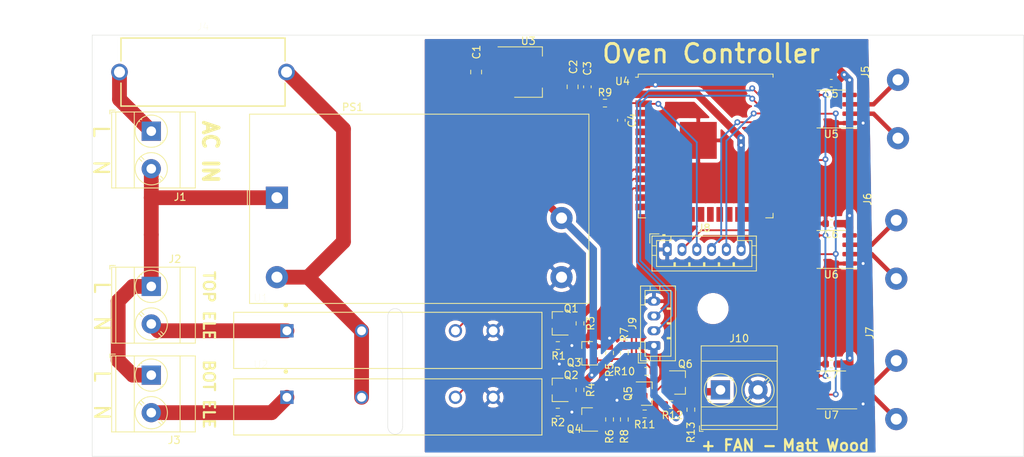
<source format=kicad_pcb>
(kicad_pcb (version 20171130) (host pcbnew "(5.1.8)-1")
  (title_block (date 2020-12-25) (rev 1))
  (layers (0 F.Cu signal) (31 B.Cu signal) (34 B.Paste user) (35 F.Paste user) (36 B.SilkS user) (37 F.SilkS user) (38 B.Mask user) (39 F.Mask user) (44 Edge.Cuts user))
  (net 0 "")
  (net 1 +5V)
  (net 2 +3V3)
  (net 3 NEUT)
  (net 4 "Net-(J2-Pad2)")
  (net 5 "Net-(J3-Pad2)")
  (net 6 LINE)
  (net 7 "Net-(J5-Pad1)")
  (net 8 "Net-(J6-Pad1)")
  (net 9 "Net-(J7-Pad1)")
  (net 10 GND)
  (net 11 "Net-(Q1-Pad3)")
  (net 12 "Net-(Q1-Pad1)")
  (net 13 "Net-(Q2-Pad3)")
  (net 14 "Net-(Q2-Pad1)")
  (net 15 "Net-(Q3-Pad1)")
  (net 16 "Net-(Q4-Pad1)")
  (net 17 /TOP_ELE_EN)
  (net 18 /BOT_ELE_EN)
  (net 19 "Net-(U4-Pad4)")
  (net 20 "Net-(U4-Pad5)")
  (net 21 "Net-(U4-Pad6)")
  (net 22 "Net-(U4-Pad7)")
  (net 23 "Net-(U4-Pad8)")
  (net 24 "Net-(U4-Pad9)")
  (net 25 /MOSI)
  (net 26 "Net-(U4-Pad14)")
  (net 27 /MISO)
  (net 28 "Net-(U4-Pad17)")
  (net 29 "Net-(U4-Pad18)")
  (net 30 "Net-(U4-Pad19)")
  (net 31 "Net-(U4-Pad20)")
  (net 32 "Net-(U4-Pad21)")
  (net 33 "Net-(U4-Pad22)")
  (net 34 /SCLK)
  (net 35 "Net-(U4-Pad24)")
  (net 36 "Net-(U4-Pad26)")
  (net 37 /TOP_TC_CS)
  (net 38 /BOT_TC_CS)
  (net 39 "Net-(U4-Pad29)")
  (net 40 /BACK_TC_CS)
  (net 41 "Net-(U4-Pad32)")
  (net 42 "Net-(J5-Pad2)")
  (net 43 "Net-(J6-Pad2)")
  (net 44 "Net-(J7-Pad2)")
  (net 45 "Net-(J1-Pad1)")
  (net 46 "Net-(U4-Pad16)")
  (net 47 "Net-(U4-Pad23)")
  (net 48 /ESP_RST)
  (net 49 /ESP_IO0)
  (net 50 /ESP_RX)
  (net 51 /ESP_TX)
  (net 52 /NEXTION_TX)
  (net 53 /NEXTION_RX)
  (net 54 "Net-(Q5-Pad1)")
  (net 55 "Net-(Q5-Pad3)")
  (net 56 /FAN_EN)
  (net 57 "Net-(J10-Pad1)")
  (module SnapEda:696101000002 (layer F.Cu) (at 78 41)
    (fp_text reference J4 (at 0 -6.135) (layer F.SilkS) (effects (font (thickness 0.015))))
    (fp_text value 696101000002)
    (pad 2 thru_hole circle (at 11.3 0) (size 2.25 2.25) (drill 1.5) (layers *.Cu *.Mask) (net 6 LINE))
    (pad 1 thru_hole circle (at -11.3 0) (size 2.25 2.25) (drill 1.5) (layers *.Cu *.Mask) (net 45 "Net-(J1-Pad1)"))
  )
  (module SnapEda:CRYDOM_CX240D5 (layer F.Cu) (at 103 76)
    (fp_text reference U1 (at -17.163075 -4.451865) (layer F.SilkS) (effects (font (size 1.000984 1.000984) (thickness 0.015))))
    (fp_text value CX240D5)
    (pad 1 thru_hole rect (at -13.65 0) (size 1.8 1.8) (drill 1.2) (layers *.Cu *.Mask) (net 4 "Net-(J2-Pad2)"))
    (pad 2 thru_hole circle (at -3.55 0) (size 1.8 1.8) (drill 1.2) (layers *.Cu *.Mask) (net 6 LINE))
    (pad 3 thru_hole circle (at 9.15 0) (size 1.8 1.8) (drill 1.2) (layers *.Cu *.Mask) (net 11 "Net-(Q1-Pad3)"))
    (pad 4 thru_hole circle (at 14.25 0) (size 1.8 1.8) (drill 1.2) (layers *.Cu *.Mask) (net 10 GND))
  )
  (module SnapEda:CRYDOM_CX240D5 (layer F.Cu) (at 103 85)
    (fp_text reference U2 (at -17.163075 -4.451865) (layer F.SilkS) (effects (font (size 1.000984 1.000984) (thickness 0.015))))
    (fp_text value CX240D5)
    (pad 1 thru_hole rect (at -13.65 0) (size 1.8 1.8) (drill 1.2) (layers *.Cu *.Mask) (net 5 "Net-(J3-Pad2)"))
    (pad 2 thru_hole circle (at -3.55 0) (size 1.8 1.8) (drill 1.2) (layers *.Cu *.Mask) (net 6 LINE))
    (pad 3 thru_hole circle (at 9.15 0) (size 1.8 1.8) (drill 1.2) (layers *.Cu *.Mask) (net 13 "Net-(Q2-Pad3)"))
    (pad 4 thru_hole circle (at 14.25 0) (size 1.8 1.8) (drill 1.2) (layers *.Cu *.Mask) (net 10 GND))
  )
  (module SnapEda:IM-K-PCB (layer F.Cu) (at 180.232333 46 90)
    (fp_text reference J5 (at 5 -12.632333 90) (layer F.SilkS))
    (fp_text value Thermocouple)
    (pad 2 thru_hole circle (at 3.95 -8.21 90) (size 3 3) (drill 1.5) (layers *.Cu *.Mask) (net 42 "Net-(J5-Pad2)"))
    (pad 1 thru_hole circle (at -3.95 -8.21 90) (size 3 3) (drill 1.5) (layers *.Cu *.Mask) (net 7 "Net-(J5-Pad1)"))
    (pad "" np_thru_hole circle (at 0 0 90) (size 2.7 2.7) (drill 2.7) (layers *.Cu *.Mask))
  )
  (module SnapEda:IM-K-PCB (layer F.Cu) (at 180 65 90)
    (fp_text reference J6 (at 6.8 -12.1 90) (layer F.SilkS))
    (fp_text value Thermocouple)
    (pad 2 thru_hole circle (at 3.95 -8.21 90) (size 3 3) (drill 1.5) (layers *.Cu *.Mask) (net 43 "Net-(J6-Pad2)"))
    (pad 1 thru_hole circle (at -3.95 -8.21 90) (size 3 3) (drill 1.5) (layers *.Cu *.Mask) (net 8 "Net-(J6-Pad1)"))
    (pad "" np_thru_hole circle (at 0 0 90) (size 2.7 2.7) (drill 2.7) (layers *.Cu *.Mask))
  )
  (module SnapEda:IM-K-PCB (layer F.Cu) (at 180 84 90)
    (fp_text reference J7 (at 7.7 -11.8 90) (layer F.SilkS))
    (fp_text value Thermocouple)
    (pad 2 thru_hole circle (at 3.95 -8.21 90) (size 3 3) (drill 1.5) (layers *.Cu *.Mask) (net 44 "Net-(J7-Pad2)"))
    (pad 1 thru_hole circle (at -3.95 -8.21 90) (size 3 3) (drill 1.5) (layers *.Cu *.Mask) (net 9 "Net-(J7-Pad1)"))
    (pad "" np_thru_hole circle (at 0 0 90) (size 2.7 2.7) (drill 2.7) (layers *.Cu *.Mask))
  )
  (module Capacitor_SMD:C_0805_2012Metric (layer F.Cu) (at 114.95 41 90)
    (fp_text reference C1 (at 2.7 0.05 90) (layer F.SilkS))
    (fp_text value 10uF)
    (pad 1 smd roundrect (at -0.95 0 90) (size 1 1.45) (layers F.Cu F.Paste F.Mask) (net 1 +5V))
    (pad 2 smd roundrect (at 0.95 0 90) (size 1 1.45) (layers F.Cu F.Paste F.Mask) (net 10 GND))
  )
  (module Capacitor_SMD:C_0805_2012Metric (layer F.Cu) (at 128 43 270)
    (fp_text reference C2 (at -2.7 -0.1 90) (layer F.SilkS))
    (fp_text value 10uF)
    (pad 2 smd roundrect (at 0.95 0 270) (size 1 1.45) (layers F.Cu F.Paste F.Mask) (net 10 GND))
    (pad 1 smd roundrect (at -0.95 0 270) (size 1 1.45) (layers F.Cu F.Paste F.Mask) (net 2 +3V3))
  )
  (module Capacitor_SMD:C_0603_1608Metric (layer F.Cu) (at 130 43 270)
    (fp_text reference C3 (at -2.5 0 90) (layer F.SilkS))
    (fp_text value 100nF)
    (pad 1 smd roundrect (at -0.775 0 270) (size 0.9 0.95) (layers F.Cu F.Paste F.Mask) (net 2 +3V3))
    (pad 2 smd roundrect (at 0.775 0 270) (size 0.9 0.95) (layers F.Cu F.Paste F.Mask) (net 10 GND))
  )
  (module TerminalBlock_Phoenix:TerminalBlock_Phoenix_MKDS-3-2-5.08_1x02_P5.08mm_Horizontal (layer F.Cu) (at 71 49 270)
    (fp_text reference J1 (at 8.9 -3.9 180) (layer F.SilkS))
    (fp_text value "AC IN")
    (pad 1 thru_hole rect (at 0 0 270) (size 2.6 2.6) (drill 1.3) (layers *.Cu *.Mask) (net 45 "Net-(J1-Pad1)"))
    (pad 2 thru_hole circle (at 5.08 0 270) (size 2.6 2.6) (drill 1.3) (layers *.Cu *.Mask) (net 3 NEUT))
  )
  (module TerminalBlock_Phoenix:TerminalBlock_Phoenix_MKDS-3-2-5.08_1x02_P5.08mm_Horizontal (layer F.Cu) (at 71 70 270)
    (fp_text reference J2 (at -3.7 -3.2 180) (layer F.SilkS))
    (fp_text value "Top Element")
    (pad 1 thru_hole rect (at 0 0 270) (size 2.6 2.6) (drill 1.3) (layers *.Cu *.Mask) (net 3 NEUT))
    (pad 2 thru_hole circle (at 5.08 0 270) (size 2.6 2.6) (drill 1.3) (layers *.Cu *.Mask) (net 4 "Net-(J2-Pad2)"))
  )
  (module TerminalBlock_Phoenix:TerminalBlock_Phoenix_MKDS-3-2-5.08_1x02_P5.08mm_Horizontal (layer F.Cu) (at 71 82 270)
    (fp_text reference J3 (at 8.8 -3.1 180) (layer F.SilkS))
    (fp_text value "Bottom Element")
    (pad 2 thru_hole circle (at 5.08 0 270) (size 2.6 2.6) (drill 1.3) (layers *.Cu *.Mask) (net 5 "Net-(J3-Pad2)"))
    (pad 1 thru_hole rect (at 0 0 270) (size 2.6 2.6) (drill 1.3) (layers *.Cu *.Mask) (net 3 NEUT))
  )
  (module Converter_ACDC:Converter_ACDC_MeanWell_IRM-05-xx_THT (layer F.Cu) (at 88 58)
    (fp_text reference PS1 (at 10.25 -12.25) (layer F.SilkS))
    (fp_text value IRM-05-5)
    (pad 3 thru_hole circle (at 38.5 10.75) (size 3 3) (drill 1.5) (layers *.Cu *.Mask) (net 10 GND))
    (pad 2 thru_hole circle (at 0 10.75) (size 3 3) (drill 1.5) (layers *.Cu *.Mask) (net 6 LINE))
    (pad 4 thru_hole circle (at 38.5 2.75) (size 3 3) (drill 1.5) (layers *.Cu *.Mask) (net 1 +5V))
    (pad 1 thru_hole rect (at 0 0) (size 3 3) (drill 1.5) (layers *.Cu *.Mask) (net 3 NEUT))
  )
  (module Package_TO_SOT_SMD:SOT-23 (layer F.Cu) (at 126 75 180)
    (fp_text reference Q1 (at -1.8 2 180) (layer F.SilkS))
    (fp_text value AO3401A)
    (pad 3 smd rect (at 1 0 180) (size 0.9 0.8) (layers F.Cu F.Paste F.Mask) (net 11 "Net-(Q1-Pad3)"))
    (pad 2 smd rect (at -1 0.95 180) (size 0.9 0.8) (layers F.Cu F.Paste F.Mask) (net 1 +5V))
    (pad 1 smd rect (at -1 -0.95 180) (size 0.9 0.8) (layers F.Cu F.Paste F.Mask) (net 12 "Net-(Q1-Pad1)"))
  )
  (module Package_TO_SOT_SMD:SOT-23 (layer F.Cu) (at 126 84 180)
    (fp_text reference Q2 (at -1.8 2) (layer F.SilkS))
    (fp_text value AO3401A)
    (pad 3 smd rect (at 1 0 180) (size 0.9 0.8) (layers F.Cu F.Paste F.Mask) (net 13 "Net-(Q2-Pad3)"))
    (pad 2 smd rect (at -1 0.95 180) (size 0.9 0.8) (layers F.Cu F.Paste F.Mask) (net 1 +5V))
    (pad 1 smd rect (at -1 -0.95 180) (size 0.9 0.8) (layers F.Cu F.Paste F.Mask) (net 14 "Net-(Q2-Pad1)"))
  )
  (module Package_TO_SOT_SMD:SOT-23 (layer F.Cu) (at 130 79.05 180)
    (fp_text reference Q3 (at 1.8 -1.25 180) (layer F.SilkS))
    (fp_text value BC847)
    (pad 1 smd rect (at -1 -0.95 180) (size 0.9 0.8) (layers F.Cu F.Paste F.Mask) (net 15 "Net-(Q3-Pad1)"))
    (pad 2 smd rect (at -1 0.95 180) (size 0.9 0.8) (layers F.Cu F.Paste F.Mask) (net 10 GND))
    (pad 3 smd rect (at 1 0 180) (size 0.9 0.8) (layers F.Cu F.Paste F.Mask) (net 12 "Net-(Q1-Pad1)"))
  )
  (module Package_TO_SOT_SMD:SOT-23 (layer F.Cu) (at 130 88 180)
    (fp_text reference Q4 (at 1.8 -1.3) (layer F.SilkS))
    (fp_text value BC847)
    (pad 1 smd rect (at -1 -0.95 180) (size 0.9 0.8) (layers F.Cu F.Paste F.Mask) (net 16 "Net-(Q4-Pad1)"))
    (pad 2 smd rect (at -1 0.95 180) (size 0.9 0.8) (layers F.Cu F.Paste F.Mask) (net 10 GND))
    (pad 3 smd rect (at 1 0 180) (size 0.9 0.8) (layers F.Cu F.Paste F.Mask) (net 14 "Net-(Q2-Pad1)"))
  )
  (module Resistor_SMD:R_0603_1608Metric (layer F.Cu) (at 126 78)
    (fp_text reference R1 (at 0.1 1.4) (layer F.SilkS))
    (fp_text value 10K)
    (pad 1 smd roundrect (at -0.825 0) (size 0.8 0.95) (layers F.Cu F.Paste F.Mask) (net 11 "Net-(Q1-Pad3)"))
    (pad 2 smd roundrect (at 0.825 0) (size 0.8 0.95) (layers F.Cu F.Paste F.Mask) (net 10 GND))
  )
  (module Resistor_SMD:R_0603_1608Metric (layer F.Cu) (at 126 87)
    (fp_text reference R2 (at 0 1.4) (layer F.SilkS))
    (fp_text value 10K)
    (pad 2 smd roundrect (at 0.825 0) (size 0.8 0.95) (layers F.Cu F.Paste F.Mask) (net 10 GND))
    (pad 1 smd roundrect (at -0.825 0) (size 0.8 0.95) (layers F.Cu F.Paste F.Mask) (net 13 "Net-(Q2-Pad3)"))
  )
  (module Resistor_SMD:R_0603_1608Metric (layer F.Cu) (at 129 75 270)
    (fp_text reference R3 (at 0 -1.43 90) (layer F.SilkS))
    (fp_text value 10K)
    (pad 2 smd roundrect (at 0.825 0 270) (size 0.8 0.95) (layers F.Cu F.Paste F.Mask) (net 12 "Net-(Q1-Pad1)"))
    (pad 1 smd roundrect (at -0.825 0 270) (size 0.8 0.95) (layers F.Cu F.Paste F.Mask) (net 1 +5V))
  )
  (module Resistor_SMD:R_0603_1608Metric (layer F.Cu) (at 129 84 270)
    (fp_text reference R4 (at 0 -1.43 90) (layer F.SilkS))
    (fp_text value 10K)
    (pad 1 smd roundrect (at -0.825 0 270) (size 0.8 0.95) (layers F.Cu F.Paste F.Mask) (net 1 +5V))
    (pad 2 smd roundrect (at 0.825 0 270) (size 0.8 0.95) (layers F.Cu F.Paste F.Mask) (net 14 "Net-(Q2-Pad1)"))
  )
  (module Resistor_SMD:R_0603_1608Metric (layer F.Cu) (at 133 79 90)
    (fp_text reference R5 (at -2.3 0 90) (layer F.SilkS))
    (fp_text value 10K)
    (pad 1 smd roundrect (at -0.825 0 90) (size 0.8 0.95) (layers F.Cu F.Paste F.Mask) (net 15 "Net-(Q3-Pad1)"))
    (pad 2 smd roundrect (at 0.825 0 90) (size 0.8 0.95) (layers F.Cu F.Paste F.Mask) (net 10 GND))
  )
  (module Resistor_SMD:R_0603_1608Metric (layer F.Cu) (at 133 88 90)
    (fp_text reference R6 (at -2.3 0 90) (layer F.SilkS))
    (fp_text value 10K)
    (pad 2 smd roundrect (at 0.825 0 90) (size 0.8 0.95) (layers F.Cu F.Paste F.Mask) (net 10 GND))
    (pad 1 smd roundrect (at -0.825 0 90) (size 0.8 0.95) (layers F.Cu F.Paste F.Mask) (net 16 "Net-(Q4-Pad1)"))
  )
  (module Resistor_SMD:R_0603_1608Metric (layer F.Cu) (at 135 79 90)
    (fp_text reference R7 (at 2.5 0 90) (layer F.SilkS))
    (fp_text value 1K)
    (pad 2 smd roundrect (at 0.825 0 90) (size 0.8 0.95) (layers F.Cu F.Paste F.Mask) (net 17 /TOP_ELE_EN))
    (pad 1 smd roundrect (at -0.825 0 90) (size 0.8 0.95) (layers F.Cu F.Paste F.Mask) (net 15 "Net-(Q3-Pad1)"))
  )
  (module Resistor_SMD:R_0603_1608Metric (layer F.Cu) (at 135 88 90)
    (fp_text reference R8 (at -2.3 0 90) (layer F.SilkS))
    (fp_text value 1K)
    (pad 1 smd roundrect (at -0.825 0 90) (size 0.8 0.95) (layers F.Cu F.Paste F.Mask) (net 16 "Net-(Q4-Pad1)"))
    (pad 2 smd roundrect (at 0.825 0 90) (size 0.8 0.95) (layers F.Cu F.Paste F.Mask) (net 18 /BOT_ELE_EN))
  )
  (module Package_TO_SOT_SMD:SOT-223-3_TabPin2 (layer F.Cu) (at 122 41)
    (fp_text reference U3 (at 0 -4.2) (layer F.SilkS))
    (fp_text value AMS1117-3.3)
    (pad 2 smd rect (at 3.15 0) (size 2 3.8) (layers F.Cu F.Paste F.Mask) (net 2 +3V3))
    (pad 2 smd rect (at -3.15 0) (size 2 1.5) (layers F.Cu F.Paste F.Mask) (net 2 +3V3))
    (pad 3 smd rect (at -3.15 2.3) (size 2 1.5) (layers F.Cu F.Paste F.Mask) (net 1 +5V))
    (pad 1 smd rect (at -3.15 -2.3) (size 2 1.5) (layers F.Cu F.Paste F.Mask) (net 10 GND))
  )
  (module RF_Module:ESP32-WROOM-32U (layer F.Cu) (at 146 51)
    (fp_text reference U4 (at -11.25 -8.75 180) (layer F.SilkS))
    (fp_text value ESP32-WROOM-32U)
    (pad 39 smd rect (at -1 -0.755) (size 5 5) (layers F.Cu F.Paste F.Mask) (net 10 GND))
    (pad 1 smd rect (at -8.5 -8.255) (size 2 0.9) (layers F.Cu F.Paste F.Mask) (net 10 GND))
    (pad 2 smd rect (at -8.5 -6.985) (size 2 0.9) (layers F.Cu F.Paste F.Mask) (net 2 +3V3))
    (pad 3 smd rect (at -8.5 -5.715) (size 2 0.9) (layers F.Cu F.Paste F.Mask) (net 48 /ESP_RST))
    (pad 4 smd rect (at -8.5 -4.445) (size 2 0.9) (layers F.Cu F.Paste F.Mask) (net 19 "Net-(U4-Pad4)"))
    (pad 5 smd rect (at -8.5 -3.175) (size 2 0.9) (layers F.Cu F.Paste F.Mask) (net 20 "Net-(U4-Pad5)"))
    (pad 6 smd rect (at -8.5 -1.905) (size 2 0.9) (layers F.Cu F.Paste F.Mask) (net 21 "Net-(U4-Pad6)"))
    (pad 7 smd rect (at -8.5 -0.635) (size 2 0.9) (layers F.Cu F.Paste F.Mask) (net 22 "Net-(U4-Pad7)"))
    (pad 8 smd rect (at -8.5 0.635) (size 2 0.9) (layers F.Cu F.Paste F.Mask) (net 23 "Net-(U4-Pad8)"))
    (pad 9 smd rect (at -8.5 1.905) (size 2 0.9) (layers F.Cu F.Paste F.Mask) (net 24 "Net-(U4-Pad9)"))
    (pad 10 smd rect (at -8.5 3.175) (size 2 0.9) (layers F.Cu F.Paste F.Mask) (net 17 /TOP_ELE_EN))
    (pad 11 smd rect (at -8.5 4.445) (size 2 0.9) (layers F.Cu F.Paste F.Mask) (net 18 /BOT_ELE_EN))
    (pad 12 smd rect (at -8.5 5.715) (size 2 0.9) (layers F.Cu F.Paste F.Mask) (net 56 /FAN_EN))
    (pad 13 smd rect (at -8.5 6.985) (size 2 0.9) (layers F.Cu F.Paste F.Mask) (net 25 /MOSI))
    (pad 14 smd rect (at -8.5 8.255) (size 2 0.9) (layers F.Cu F.Paste F.Mask) (net 26 "Net-(U4-Pad14)"))
    (pad 15 smd rect (at -5.715 9.255 270) (size 2 0.9) (layers F.Cu F.Paste F.Mask) (net 10 GND))
    (pad 16 smd rect (at -4.445 9.255 90) (size 2 0.9) (layers F.Cu F.Paste F.Mask) (net 46 "Net-(U4-Pad16)"))
    (pad 17 smd rect (at -3.175 9.255 90) (size 2 0.9) (layers F.Cu F.Paste F.Mask) (net 28 "Net-(U4-Pad17)"))
    (pad 18 smd rect (at -1.905 9.255 90) (size 2 0.9) (layers F.Cu F.Paste F.Mask) (net 29 "Net-(U4-Pad18)"))
    (pad 19 smd rect (at -0.635 9.255 90) (size 2 0.9) (layers F.Cu F.Paste F.Mask) (net 30 "Net-(U4-Pad19)"))
    (pad 20 smd rect (at 0.635 9.255 90) (size 2 0.9) (layers F.Cu F.Paste F.Mask) (net 31 "Net-(U4-Pad20)"))
    (pad 21 smd rect (at 1.905 9.255 90) (size 2 0.9) (layers F.Cu F.Paste F.Mask) (net 32 "Net-(U4-Pad21)"))
    (pad 22 smd rect (at 3.175 9.255 90) (size 2 0.9) (layers F.Cu F.Paste F.Mask) (net 33 "Net-(U4-Pad22)"))
    (pad 23 smd rect (at 4.445 9.255 90) (size 2 0.9) (layers F.Cu F.Paste F.Mask) (net 47 "Net-(U4-Pad23)"))
    (pad 24 smd rect (at 5.715 9.255 90) (size 2 0.9) (layers F.Cu F.Paste F.Mask) (net 35 "Net-(U4-Pad24)"))
    (pad 25 smd rect (at 8.5 8.255) (size 2 0.9) (layers F.Cu F.Paste F.Mask) (net 49 /ESP_IO0))
    (pad 26 smd rect (at 8.5 6.985) (size 2 0.9) (layers F.Cu F.Paste F.Mask) (net 36 "Net-(U4-Pad26)"))
    (pad 27 smd rect (at 8.5 5.715) (size 2 0.9) (layers F.Cu F.Paste F.Mask) (net 40 /BACK_TC_CS))
    (pad 28 smd rect (at 8.5 4.445) (size 2 0.9) (layers F.Cu F.Paste F.Mask) (net 38 /BOT_TC_CS))
    (pad 29 smd rect (at 8.5 3.175) (size 2 0.9) (layers F.Cu F.Paste F.Mask) (net 39 "Net-(U4-Pad29)"))
    (pad 30 smd rect (at 8.5 1.905) (size 2 0.9) (layers F.Cu F.Paste F.Mask) (net 34 /SCLK))
    (pad 31 smd rect (at 8.5 0.635) (size 2 0.9) (layers F.Cu F.Paste F.Mask) (net 27 /MISO))
    (pad 32 smd rect (at 8.5 -0.635) (size 2 0.9) (layers F.Cu F.Paste F.Mask) (net 41 "Net-(U4-Pad32)"))
    (pad 33 smd rect (at 8.5 -1.905) (size 2 0.9) (layers F.Cu F.Paste F.Mask) (net 37 /TOP_TC_CS))
    (pad 34 smd rect (at 8.5 -3.175) (size 2 0.9) (layers F.Cu F.Paste F.Mask) (net 50 /ESP_RX))
    (pad 35 smd rect (at 8.5 -4.445) (size 2 0.9) (layers F.Cu F.Paste F.Mask) (net 51 /ESP_TX))
    (pad 36 smd rect (at 8.5 -5.715) (size 2 0.9) (layers F.Cu F.Paste F.Mask) (net 52 /NEXTION_TX))
    (pad 37 smd rect (at 8.5 -6.985) (size 2 0.9) (layers F.Cu F.Paste F.Mask) (net 53 /NEXTION_RX))
    (pad 38 smd rect (at 8.5 -8.255) (size 2 0.9) (layers F.Cu F.Paste F.Mask) (net 10 GND))
  )
  (module Package_SO:SOIC-8_3.9x4.9mm_P1.27mm (layer F.Cu) (at 163 46 180)
    (fp_text reference U5 (at 0 -3.4) (layer F.SilkS))
    (fp_text value MAX31855KASA)
    (pad 8 smd roundrect (at 2.475 -1.905 180) (size 1.95 0.6) (layers F.Cu F.Paste F.Mask))
    (pad 7 smd roundrect (at 2.475 -0.635 180) (size 1.95 0.6) (layers F.Cu F.Paste F.Mask) (net 27 /MISO))
    (pad 6 smd roundrect (at 2.475 0.635 180) (size 1.95 0.6) (layers F.Cu F.Paste F.Mask) (net 37 /TOP_TC_CS))
    (pad 5 smd roundrect (at 2.475 1.905 180) (size 1.95 0.6) (layers F.Cu F.Paste F.Mask) (net 34 /SCLK))
    (pad 4 smd roundrect (at -2.475 1.905 180) (size 1.95 0.6) (layers F.Cu F.Paste F.Mask) (net 2 +3V3))
    (pad 3 smd roundrect (at -2.475 0.635 180) (size 1.95 0.6) (layers F.Cu F.Paste F.Mask) (net 42 "Net-(J5-Pad2)"))
    (pad 2 smd roundrect (at -2.475 -0.635 180) (size 1.95 0.6) (layers F.Cu F.Paste F.Mask) (net 7 "Net-(J5-Pad1)"))
    (pad 1 smd roundrect (at -2.475 -1.905 180) (size 1.95 0.6) (layers F.Cu F.Paste F.Mask) (net 10 GND))
  )
  (module Package_SO:SOIC-8_3.9x4.9mm_P1.27mm (layer F.Cu) (at 163 65 180)
    (fp_text reference U6 (at 0 -3.4) (layer F.SilkS))
    (fp_text value MAX31855KASA)
    (pad 1 smd roundrect (at -2.475 -1.905 180) (size 1.95 0.6) (layers F.Cu F.Paste F.Mask) (net 10 GND))
    (pad 2 smd roundrect (at -2.475 -0.635 180) (size 1.95 0.6) (layers F.Cu F.Paste F.Mask) (net 8 "Net-(J6-Pad1)"))
    (pad 3 smd roundrect (at -2.475 0.635 180) (size 1.95 0.6) (layers F.Cu F.Paste F.Mask) (net 43 "Net-(J6-Pad2)"))
    (pad 4 smd roundrect (at -2.475 1.905 180) (size 1.95 0.6) (layers F.Cu F.Paste F.Mask) (net 2 +3V3))
    (pad 5 smd roundrect (at 2.475 1.905 180) (size 1.95 0.6) (layers F.Cu F.Paste F.Mask) (net 34 /SCLK))
    (pad 6 smd roundrect (at 2.475 0.635 180) (size 1.95 0.6) (layers F.Cu F.Paste F.Mask) (net 38 /BOT_TC_CS))
    (pad 7 smd roundrect (at 2.475 -0.635 180) (size 1.95 0.6) (layers F.Cu F.Paste F.Mask) (net 27 /MISO))
    (pad 8 smd roundrect (at 2.475 -1.905 180) (size 1.95 0.6) (layers F.Cu F.Paste F.Mask))
  )
  (module Package_SO:SOIC-8_3.9x4.9mm_P1.27mm (layer F.Cu) (at 163 84 180)
    (fp_text reference U7 (at 0 -3.4) (layer F.SilkS))
    (fp_text value MAX31855KASA)
    (pad 1 smd roundrect (at -2.475 -1.905 180) (size 1.95 0.6) (layers F.Cu F.Paste F.Mask) (net 10 GND))
    (pad 2 smd roundrect (at -2.475 -0.635 180) (size 1.95 0.6) (layers F.Cu F.Paste F.Mask) (net 9 "Net-(J7-Pad1)"))
    (pad 3 smd roundrect (at -2.475 0.635 180) (size 1.95 0.6) (layers F.Cu F.Paste F.Mask) (net 44 "Net-(J7-Pad2)"))
    (pad 4 smd roundrect (at -2.475 1.905 180) (size 1.95 0.6) (layers F.Cu F.Paste F.Mask) (net 2 +3V3))
    (pad 5 smd roundrect (at 2.475 1.905 180) (size 1.95 0.6) (layers F.Cu F.Paste F.Mask) (net 34 /SCLK))
    (pad 6 smd roundrect (at 2.475 0.635 180) (size 1.95 0.6) (layers F.Cu F.Paste F.Mask) (net 40 /BACK_TC_CS))
    (pad 7 smd roundrect (at 2.475 -0.635 180) (size 1.95 0.6) (layers F.Cu F.Paste F.Mask) (net 27 /MISO))
    (pad 8 smd roundrect (at 2.475 -1.905 180) (size 1.95 0.6) (layers F.Cu F.Paste F.Mask))
  )
  (module MountingHole:MountingHole_3.2mm_M3 (layer F.Cu) (at 103 42)
    (fp_text reference H1 hide)
    (fp_text value MountingHole)
    (pad 1 np_thru_hole circle (at 0 0) (size 3.2 3.2) (drill 3.2) (layers *.Cu *.Mask))
  )
  (module MountingHole:MountingHole_3.2mm_M3 (layer F.Cu) (at 147 73)
    (fp_text reference H2 hide)
    (fp_text value MountingHole)
    (pad 1 np_thru_hole circle (at 0 0) (size 3.2 3.2) (drill 3.2) (layers *.Cu *.Mask))
  )
  (module Capacitor_SMD:C_0603_1608Metric (layer F.Cu) (at 134.6 47.525 270)
    (fp_text reference C4 (at 0 -1.43 90) (layer F.SilkS))
    (fp_text value 100nF)
    (pad 1 smd roundrect (at -0.775 0 270) (size 0.9 0.95) (layers F.Cu F.Paste F.Mask) (net 48 /ESP_RST))
    (pad 2 smd roundrect (at 0.775 0 270) (size 0.9 0.95) (layers F.Cu F.Paste F.Mask) (net 10 GND))
  )
  (module Connector_JST:JST_PH_B6B-PH-K_1x06_P2.00mm_Vertical (layer F.Cu) (at 140.8 65)
    (fp_text reference J8 (at 5 -2.9) (layer F.SilkS))
    (fp_text value Conn_01x06_Male)
    (pad 1 thru_hole roundrect (at 0 0) (size 1.2 1.75) (drill 0.75) (layers *.Cu *.Mask) (roundrect_rratio 0.2083325) (net 10 GND))
    (pad 2 thru_hole oval (at 2 0) (size 1.2 1.75) (drill 0.75) (layers *.Cu *.Mask) (net 49 /ESP_IO0))
    (pad 3 thru_hole oval (at 4 0) (size 1.2 1.75) (drill 0.75) (layers *.Cu *.Mask) (net 48 /ESP_RST))
    (pad 4 thru_hole oval (at 6 0) (size 1.2 1.75) (drill 0.75) (layers *.Cu *.Mask) (net 50 /ESP_RX))
    (pad 5 thru_hole oval (at 8 0) (size 1.2 1.75) (drill 0.75) (layers *.Cu *.Mask) (net 51 /ESP_TX))
    (pad 6 thru_hole oval (at 10 0) (size 1.2 1.75) (drill 0.75) (layers *.Cu *.Mask) (net 2 +3V3))
  )
  (module Connector_JST:JST_PH_B4B-PH-K_1x04_P2.00mm_Vertical (layer F.Cu) (at 139 78 90)
    (fp_text reference J9 (at 3 -2.9 90) (layer F.SilkS))
    (fp_text value Conn_01x04_Male)
    (pad 1 thru_hole roundrect (at 0 0 90) (size 1.2 1.75) (drill 0.75) (layers *.Cu *.Mask) (roundrect_rratio 0.2083325) (net 1 +5V))
    (pad 2 thru_hole oval (at 2 0 90) (size 1.2 1.75) (drill 0.75) (layers *.Cu *.Mask) (net 52 /NEXTION_TX))
    (pad 3 thru_hole oval (at 4 0 90) (size 1.2 1.75) (drill 0.75) (layers *.Cu *.Mask) (net 53 /NEXTION_RX))
    (pad 4 thru_hole oval (at 6 0 90) (size 1.2 1.75) (drill 0.75) (layers *.Cu *.Mask) (net 10 GND))
  )
  (module TerminalBlock_Phoenix:TerminalBlock_Phoenix_MKDS-3-2-5.08_1x02_P5.08mm_Horizontal (layer F.Cu) (at 148 84)
    (fp_text reference J10 (at 2.54 -6.96) (layer F.SilkS))
    (fp_text value Fan)
    (pad 1 thru_hole rect (at 0 0) (size 2.6 2.6) (drill 1.3) (layers *.Cu *.Mask) (net 57 "Net-(J10-Pad1)"))
    (pad 2 thru_hole circle (at 5.08 0) (size 2.6 2.6) (drill 1.3) (layers *.Cu *.Mask) (net 10 GND))
  )
  (module Package_TO_SOT_SMD:SOT-23 (layer F.Cu) (at 138 84.5)
    (fp_text reference Q5 (at -2.5 0 90) (layer F.SilkS))
    (fp_text value BC847)
    (pad 1 smd rect (at -1 -0.95) (size 0.9 0.8) (layers F.Cu F.Paste F.Mask) (net 54 "Net-(Q5-Pad1)"))
    (pad 2 smd rect (at -1 0.95) (size 0.9 0.8) (layers F.Cu F.Paste F.Mask) (net 10 GND))
    (pad 3 smd rect (at 1 0) (size 0.9 0.8) (layers F.Cu F.Paste F.Mask) (net 55 "Net-(Q5-Pad3)"))
  )
  (module Package_TO_SOT_SMD:SOT-23 (layer F.Cu) (at 142.5 83)
    (fp_text reference Q6 (at 0.75 -2.5) (layer F.SilkS))
    (fp_text value AO3401A)
    (pad 3 smd rect (at 1 0) (size 0.9 0.8) (layers F.Cu F.Paste F.Mask) (net 57 "Net-(J10-Pad1)"))
    (pad 2 smd rect (at -1 0.95) (size 0.9 0.8) (layers F.Cu F.Paste F.Mask) (net 1 +5V))
    (pad 1 smd rect (at -1 -0.95) (size 0.9 0.8) (layers F.Cu F.Paste F.Mask) (net 55 "Net-(Q5-Pad3)"))
  )
  (module Resistor_SMD:R_0603_1608Metric (layer F.Cu) (at 132.375 45.2)
    (fp_text reference R9 (at 0 -1.43) (layer F.SilkS))
    (fp_text value 10K)
    (pad 1 smd roundrect (at -0.825 0) (size 0.8 0.95) (layers F.Cu F.Paste F.Mask) (net 2 +3V3))
    (pad 2 smd roundrect (at 0.825 0) (size 0.8 0.95) (layers F.Cu F.Paste F.Mask) (net 48 /ESP_RST))
  )
  (module Resistor_SMD:R_0603_1608Metric (layer F.Cu) (at 138 81.5)
    (fp_text reference R10 (at -3 0) (layer F.SilkS))
    (fp_text value 1K)
    (pad 1 smd roundrect (at -0.825 0) (size 0.8 0.95) (layers F.Cu F.Paste F.Mask) (net 54 "Net-(Q5-Pad1)"))
    (pad 2 smd roundrect (at 0.825 0) (size 0.8 0.95) (layers F.Cu F.Paste F.Mask) (net 56 /FAN_EN))
  )
  (module Resistor_SMD:R_0603_1608Metric (layer F.Cu) (at 137.75 87.25 180)
    (fp_text reference R11 (at 0 -1.43) (layer F.SilkS))
    (fp_text value 10K)
    (pad 2 smd roundrect (at 0.825 0 180) (size 0.8 0.95) (layers F.Cu F.Paste F.Mask) (net 10 GND))
    (pad 1 smd roundrect (at -0.825 0 180) (size 0.8 0.95) (layers F.Cu F.Paste F.Mask) (net 54 "Net-(Q5-Pad1)"))
  )
  (module Resistor_SMD:R_0603_1608Metric (layer F.Cu) (at 141.325 86 180)
    (fp_text reference R12 (at -0.175 -1.43) (layer F.SilkS))
    (fp_text value 10K)
    (pad 1 smd roundrect (at -0.825 0 180) (size 0.8 0.95) (layers F.Cu F.Paste F.Mask) (net 1 +5V))
    (pad 2 smd roundrect (at 0.825 0 180) (size 0.8 0.95) (layers F.Cu F.Paste F.Mask) (net 55 "Net-(Q5-Pad3)"))
  )
  (module Resistor_SMD:R_0603_1608Metric (layer F.Cu) (at 144 86.675 270)
    (fp_text reference R13 (at 3.075 0 90) (layer F.SilkS))
    (fp_text value 10K)
    (pad 2 smd roundrect (at 0.825 0 270) (size 0.8 0.95) (layers F.Cu F.Paste F.Mask) (net 10 GND))
    (pad 1 smd roundrect (at -0.825 0 270) (size 0.8 0.95) (layers F.Cu F.Paste F.Mask) (net 57 "Net-(J10-Pad1)"))
  )
  (module Capacitor_SMD:C_0603_1608Metric (layer F.Cu) (at 163 42.5 180)
    (fp_text reference C5 (at 0 -1.43) (layer F.SilkS))
    (fp_text value 100nF)
    (pad 1 smd roundrect (at -0.775 0 180) (size 0.9 0.95) (layers F.Cu F.Paste F.Mask) (net 2 +3V3))
    (pad 2 smd roundrect (at 0.775 0 180) (size 0.9 0.95) (layers F.Cu F.Paste F.Mask) (net 10 GND))
  )
  (module Capacitor_SMD:C_0603_1608Metric (layer F.Cu) (at 163 61.5 180)
    (fp_text reference C6 (at 0 -1.43) (layer F.SilkS))
    (fp_text value 100nF)
    (pad 1 smd roundrect (at -0.775 0 180) (size 0.9 0.95) (layers F.Cu F.Paste F.Mask) (net 2 +3V3))
    (pad 2 smd roundrect (at 0.775 0 180) (size 0.9 0.95) (layers F.Cu F.Paste F.Mask) (net 10 GND))
  )
  (module Capacitor_SMD:C_0603_1608Metric (layer F.Cu) (at 163 80.5 180)
    (fp_text reference C7 (at 0 -1.43) (layer F.SilkS))
    (fp_text value 100nF)
    (pad 2 smd roundrect (at 0.775 0 180) (size 0.9 0.95) (layers F.Cu F.Paste F.Mask) (net 10 GND))
    (pad 1 smd roundrect (at -0.775 0 180) (size 0.9 0.95) (layers F.Cu F.Paste F.Mask) (net 2 +3V3))
  )
  (gr_text "Oven Controller" (at 146.75 38.5) (layer F.SilkS) (effects (font (size 2.5 2.5) (thickness 0.4))))
  (gr_text "Matt Wood" (at 162.25 91.5) (layer F.SilkS) (effects (font (size 1.5 1.5) (thickness 0.3))))
  (gr_text "+ FAN -" (at 150.5 91.5) (layer F.SilkS) (effects (font (size 1.5 1.5) (thickness 0.3))))
  (gr_text "L  N" (at 64.3 84.7 270) (layer F.SilkS) (effects (font (size 2 2) (thickness 0.3))))
  (gr_text "L  N" (at 64.3 72.7 270) (layer F.SilkS) (effects (font (size 2 2) (thickness 0.3))))
  (gr_text "BOT ELE" (at 78.8 84.6 270) (layer F.SilkS) (effects (font (size 1.5 1.5) (thickness 0.3))))
  (gr_text "TOP ELE" (at 78.8 72.6 270) (layer F.SilkS) (effects (font (size 1.5 1.5) (thickness 0.3))))
  (gr_text "AC IN" (at 79 51.8 270) (layer F.SilkS) (effects (font (size 2 2) (thickness 0.5))))
  (gr_text "L  N" (at 64.2 51.6 270) (layer F.SilkS) (effects (font (size 2 2) (thickness 0.3))))
  (gr_line (start 105 89) (end 105 74) (layer Edge.Cuts) (width 0.05))
  (gr_line (start 103 74) (end 103 89) (layer Edge.Cuts) (width 0.05))
  (gr_arc (start 104 74) (end 105 74) (angle -180) (layer Edge.Cuts) (width 0.05))
  (gr_arc (start 104 89) (end 103 89) (angle -180) (layer Edge.Cuts) (width 0.05))
  (gr_line (start 63 36) (end 63 93) (layer Edge.Cuts) (width 0.05))
  (gr_line (start 189 36) (end 63 36) (layer Edge.Cuts) (width 0.05))
  (gr_line (start 189 93) (end 189 36) (layer Edge.Cuts) (width 0.05))
  (gr_line (start 63 93) (end 189 93) (layer Edge.Cuts) (width 0.05))
  (segment (start 128.875 74.05) (end 129 74.175) (width 0.25) (layer F.Cu) (net 1))
  (segment (start 127 74.05) (end 128.875 74.05) (width 0.25) (layer F.Cu) (net 1))
  (segment (start 128.875 83.05) (end 129 83.175) (width 0.25) (layer F.Cu) (net 1))
  (segment (start 127 83.05) (end 128.875 83.05) (width 0.25) (layer F.Cu) (net 1))
  (segment (start 116.3 43.3) (end 114.95 41.95) (width 1) (layer F.Cu) (net 1))
  (segment (start 118.85 43.3) (end 116.3 43.3) (width 1) (layer F.Cu) (net 1))
  (segment (start 118.85 53.1) (end 126.5 60.75) (width 1) (layer F.Cu) (net 1))
  (segment (start 118.85 43.3) (end 118.85 53.1) (width 1) (layer F.Cu) (net 1))
  (segment (start 126.5 60.75) (end 130.8 65.05) (width 1) (layer F.Cu) (net 1))
  (segment (start 130.8 72.375) (end 129 74.175) (width 1) (layer F.Cu) (net 1))
  (segment (start 130.8 65.05) (end 130.8 72.375) (width 1) (layer F.Cu) (net 1))
  (via (at 130.6 82) (size 0.8) (drill 0.4) (layers F.Cu B.Cu) (net 1))
  (segment (start 129.425 83.175) (end 130.6 82) (width 1) (layer F.Cu) (net 1))
  (segment (start 129 83.175) (end 129.425 83.175) (width 1) (layer F.Cu) (net 1))
  (segment (start 130.8 65.05) (end 126.5 60.75) (width 1) (layer B.Cu) (net 1))
  (segment (start 130.8 81.8) (end 130.8 65.05) (width 1) (layer B.Cu) (net 1))
  (segment (start 130.6 82) (end 130.8 81.8) (width 1) (layer B.Cu) (net 1))
  (segment (start 142.15 84.6) (end 142.15 86) (width 1) (layer F.Cu) (net 1))
  (segment (start 141.5 83.95) (end 142.15 84.6) (width 1) (layer F.Cu) (net 1))
  (segment (start 134.6 78) (end 139 78) (width 1) (layer B.Cu) (net 1))
  (segment (start 130.6 82) (end 134.6 78) (width 1) (layer B.Cu) (net 1))
  (via (at 142 87.75) (size 0.8) (drill 0.4) (layers F.Cu B.Cu) (net 1))
  (segment (start 139 84.75) (end 142 87.75) (width 1) (layer B.Cu) (net 1))
  (segment (start 139 78) (end 139 84.75) (width 1) (layer B.Cu) (net 1))
  (segment (start 142 86.15) (end 142.15 86) (width 1) (layer F.Cu) (net 1))
  (segment (start 142 87.75) (end 142 86.15) (width 1) (layer F.Cu) (net 1))
  (segment (start 118.85 41) (end 125.15 41) (width 1) (layer F.Cu) (net 2))
  (segment (start 126.95 41) (end 128 42.05) (width 1) (layer F.Cu) (net 2))
  (segment (start 125.15 41) (end 126.95 41) (width 1) (layer F.Cu) (net 2))
  (segment (start 129.825 42.05) (end 130 42.225) (width 1) (layer F.Cu) (net 2))
  (segment (start 128 42.05) (end 129.825 42.05) (width 1) (layer F.Cu) (net 2))
  (segment (start 135.015 44.015) (end 137.5 44.015) (width 1) (layer F.Cu) (net 2))
  (segment (start 133.225 42.225) (end 135.015 44.015) (width 1) (layer F.Cu) (net 2))
  (segment (start 133.225 42.225) (end 136.45 39) (width 1) (layer F.Cu) (net 2))
  (segment (start 136.45 39) (end 162.4 39) (width 1) (layer F.Cu) (net 2))
  (via (at 165.475 42.075) (size 0.8) (drill 0.4) (layers F.Cu B.Cu) (net 2))
  (via (at 165.5 79.7) (size 0.8) (drill 0.4) (layers F.Cu B.Cu) (net 2))
  (segment (start 165.475 79.675) (end 165.5 79.7) (width 1) (layer B.Cu) (net 2))
  (segment (start 165.5 82.07) (end 165.475 82.095) (width 1) (layer F.Cu) (net 2))
  (via (at 165.475 60.425) (size 0.8) (drill 0.4) (layers F.Cu B.Cu) (net 2))
  (segment (start 165.475 60.425) (end 165.475 79.675) (width 1) (layer B.Cu) (net 2))
  (segment (start 165.475 42.075) (end 165.475 60.425) (width 1) (layer B.Cu) (net 2))
  (via (at 150.771958 49.9) (size 0.8) (drill 0.4) (layers F.Cu B.Cu) (net 2))
  (segment (start 137.5 44.015) (end 144.886958 44.015) (width 1) (layer F.Cu) (net 2))
  (segment (start 144.886958 44.015) (end 150.771958 49.9) (width 1) (layer F.Cu) (net 2))
  (segment (start 150.8 49.928042) (end 150.771958 49.9) (width 1) (layer B.Cu) (net 2))
  (via (at 150.8 50.9) (size 0.8) (drill 0.4) (layers F.Cu B.Cu) (net 2))
  (segment (start 150.771958 50.871958) (end 150.8 50.9) (width 1) (layer F.Cu) (net 2))
  (segment (start 150.771958 49.9) (end 150.771958 50.871958) (width 1) (layer F.Cu) (net 2))
  (segment (start 150.8 50.9) (end 150.8 49.928042) (width 1) (layer B.Cu) (net 2))
  (segment (start 150.8 65) (end 150.8 50.9) (width 1) (layer B.Cu) (net 2))
  (via (at 164.75 41.35) (size 0.8) (drill 0.4) (layers F.Cu B.Cu) (net 2))
  (segment (start 165.475 42.075) (end 164.75 41.35) (width 1) (layer B.Cu) (net 2))
  (segment (start 164.75 41.35) (end 165.475 42.075) (width 1) (layer F.Cu) (net 2))
  (segment (start 162.4 39) (end 164.75 41.35) (width 1) (layer F.Cu) (net 2))
  (segment (start 131.55 42.25) (end 131.575 42.225) (width 1) (layer F.Cu) (net 2))
  (segment (start 131.55 45.2) (end 131.55 42.25) (width 1) (layer F.Cu) (net 2))
  (segment (start 131.575 42.225) (end 133.225 42.225) (width 1) (layer F.Cu) (net 2))
  (segment (start 130 42.225) (end 131.575 42.225) (width 1) (layer F.Cu) (net 2))
  (segment (start 165 80.5) (end 165.5 81) (width 1) (layer F.Cu) (net 2))
  (segment (start 163.775 80.5) (end 165 80.5) (width 1) (layer F.Cu) (net 2))
  (segment (start 165.5 81) (end 165.5 82.07) (width 1) (layer F.Cu) (net 2))
  (segment (start 165.5 79.7) (end 165.5 81) (width 1) (layer F.Cu) (net 2))
  (segment (start 164.95 61.5) (end 165.475 62.025) (width 1) (layer F.Cu) (net 2))
  (segment (start 165.475 62.025) (end 165.475 60.425) (width 1) (layer F.Cu) (net 2))
  (segment (start 163.775 61.5) (end 164.95 61.5) (width 1) (layer F.Cu) (net 2))
  (segment (start 165.475 63.095) (end 165.475 62.025) (width 1) (layer F.Cu) (net 2))
  (segment (start 165.475 42.075) (end 165.475 44.095) (width 1) (layer F.Cu) (net 2))
  (segment (start 163.775 42.325) (end 164.75 41.35) (width 1) (layer F.Cu) (net 2))
  (segment (start 163.775 42.5) (end 163.775 42.325) (width 1) (layer F.Cu) (net 2))
  (segment (start 71 58) (end 88 58) (width 2) (layer F.Cu) (net 3))
  (segment (start 71 63) (end 71 58) (width 2) (layer F.Cu) (net 3))
  (segment (start 71 58) (end 71 54.08) (width 2) (layer F.Cu) (net 3))
  (segment (start 71 63) (end 71 70) (width 2) (layer F.Cu) (net 3))
  (segment (start 66.52501 80.02501) (end 68.5 82) (width 2) (layer F.Cu) (net 3))
  (segment (start 66.52501 71.97499) (end 66.52501 80.02501) (width 2) (layer F.Cu) (net 3))
  (segment (start 68.5 70) (end 66.52501 71.97499) (width 2) (layer F.Cu) (net 3))
  (segment (start 68.5 82) (end 71 82) (width 2) (layer F.Cu) (net 3))
  (segment (start 71 70) (end 68.5 70) (width 2) (layer F.Cu) (net 3))
  (segment (start 71.92 76) (end 71 75.08) (width 2) (layer F.Cu) (net 4))
  (segment (start 89.35 76) (end 71.92 76) (width 2) (layer F.Cu) (net 4))
  (segment (start 87.27 87.08) (end 71 87.08) (width 2) (layer F.Cu) (net 5))
  (segment (start 89.35 85) (end 87.27 87.08) (width 2) (layer F.Cu) (net 5))
  (segment (start 99.45 85) (end 99.45 76) (width 2) (layer F.Cu) (net 6))
  (segment (start 92.2 68.75) (end 99.45 76) (width 2) (layer F.Cu) (net 6))
  (segment (start 88 68.75) (end 92.2 68.75) (width 2) (layer F.Cu) (net 6))
  (segment (start 97 48.7) (end 89.3 41) (width 2) (layer F.Cu) (net 6))
  (segment (start 97 63.95) (end 97 48.7) (width 2) (layer F.Cu) (net 6))
  (segment (start 92.2 68.75) (end 97 63.95) (width 2) (layer F.Cu) (net 6))
  (segment (start 168.707333 46.635) (end 172.022333 49.95) (width 0.6) (layer F.Cu) (net 7))
  (segment (start 165.475 46.635) (end 168.707333 46.635) (width 0.6) (layer F.Cu) (net 7))
  (segment (start 168.475 65.635) (end 171.79 68.95) (width 0.6) (layer F.Cu) (net 8))
  (segment (start 165.475 65.635) (end 168.475 65.635) (width 0.6) (layer F.Cu) (net 8))
  (segment (start 168.475 84.635) (end 171.79 87.95) (width 0.6) (layer F.Cu) (net 9))
  (segment (start 165.475 84.635) (end 168.475 84.635) (width 0.6) (layer F.Cu) (net 9))
  (via (at 134 85.4) (size 0.8) (drill 0.4) (layers F.Cu B.Cu) (net 10))
  (via (at 132.6 82.6) (size 0.8) (drill 0.4) (layers F.Cu B.Cu) (net 10))
  (via (at 126.2 80.5) (size 0.8) (drill 0.4) (layers F.Cu B.Cu) (net 10))
  (via (at 133 77) (size 0.8) (drill 0.4) (layers F.Cu B.Cu) (net 10))
  (via (at 127.9 87) (size 0.8) (drill 0.4) (layers F.Cu B.Cu) (net 10))
  (via (at 127.9 78) (size 0.8) (drill 0.4) (layers F.Cu B.Cu) (net 10))
  (via (at 139.2 42.7) (size 0.8) (drill 0.4) (layers F.Cu B.Cu) (net 10))
  (via (at 167.3 47.9) (size 0.8) (drill 0.4) (layers F.Cu B.Cu) (net 10))
  (segment (start 167.295 47.905) (end 167.3 47.9) (width 0.25) (layer F.Cu) (net 10))
  (segment (start 165.475 47.905) (end 167.295 47.905) (width 0.25) (layer F.Cu) (net 10))
  (via (at 167.3 66.9) (size 0.8) (drill 0.4) (layers F.Cu B.Cu) (net 10))
  (segment (start 167.295 66.905) (end 167.3 66.9) (width 0.25) (layer F.Cu) (net 10))
  (segment (start 165.475 66.905) (end 167.295 66.905) (width 0.25) (layer F.Cu) (net 10))
  (via (at 167.3 85.9) (size 0.8) (drill 0.4) (layers F.Cu B.Cu) (net 10))
  (segment (start 167.295 85.905) (end 167.3 85.9) (width 0.25) (layer F.Cu) (net 10))
  (segment (start 165.475 85.905) (end 167.295 85.905) (width 0.25) (layer F.Cu) (net 10))
  (segment (start 125.175 75.175) (end 125 75) (width 0.25) (layer F.Cu) (net 11))
  (segment (start 125.175 78) (end 125.175 75.175) (width 0.25) (layer F.Cu) (net 11))
  (segment (start 114.55 73.6) (end 112.15 76) (width 0.25) (layer F.Cu) (net 11))
  (segment (start 123.6 73.6) (end 114.55 73.6) (width 0.25) (layer F.Cu) (net 11))
  (segment (start 125 75) (end 123.6 73.6) (width 0.25) (layer F.Cu) (net 11))
  (segment (start 128.875 75.95) (end 129 75.825) (width 0.25) (layer F.Cu) (net 12))
  (segment (start 127 75.95) (end 128.875 75.95) (width 0.25) (layer F.Cu) (net 12))
  (segment (start 129 79.05) (end 129 75.825) (width 0.25) (layer F.Cu) (net 12))
  (segment (start 125.175 84.175) (end 125 84) (width 0.25) (layer F.Cu) (net 13))
  (segment (start 125.175 87) (end 125.175 84.175) (width 0.25) (layer F.Cu) (net 13))
  (segment (start 114.55 82.6) (end 112.15 85) (width 0.25) (layer F.Cu) (net 13))
  (segment (start 123.6 82.6) (end 114.55 82.6) (width 0.25) (layer F.Cu) (net 13))
  (segment (start 125 84) (end 123.6 82.6) (width 0.25) (layer F.Cu) (net 13))
  (segment (start 128.875 84.95) (end 129 84.825) (width 0.25) (layer F.Cu) (net 14))
  (segment (start 127 84.95) (end 128.875 84.95) (width 0.25) (layer F.Cu) (net 14))
  (segment (start 129 84.825) (end 129 88) (width 0.25) (layer F.Cu) (net 14))
  (segment (start 132.825 80) (end 133 79.825) (width 0.25) (layer F.Cu) (net 15))
  (segment (start 131 80) (end 132.825 80) (width 0.25) (layer F.Cu) (net 15))
  (segment (start 133 79.825) (end 135 79.825) (width 0.25) (layer F.Cu) (net 15))
  (segment (start 132.875 88.95) (end 133 88.825) (width 0.25) (layer F.Cu) (net 16))
  (segment (start 131 88.95) (end 132.875 88.95) (width 0.25) (layer F.Cu) (net 16))
  (segment (start 133 88.825) (end 135 88.825) (width 0.25) (layer F.Cu) (net 16))
  (segment (start 136.25 54.175) (end 137.5 54.175) (width 0.25) (layer F.Cu) (net 17))
  (segment (start 135 55.425) (end 136.25 54.175) (width 0.25) (layer F.Cu) (net 17))
  (segment (start 135 78.175) (end 135 55.425) (width 0.25) (layer F.Cu) (net 17))
  (segment (start 136.25 55.445) (end 137.5 55.445) (width 0.25) (layer F.Cu) (net 18))
  (segment (start 135.45001 56.24499) (end 136.25 55.445) (width 0.25) (layer F.Cu) (net 18))
  (segment (start 135.45001 76.25001) (end 135.45001 56.24499) (width 0.25) (layer F.Cu) (net 18))
  (segment (start 136 76.8) (end 135.45001 76.25001) (width 0.25) (layer F.Cu) (net 18))
  (segment (start 136 86.175) (end 136 76.8) (width 0.25) (layer F.Cu) (net 18))
  (segment (start 135 87.175) (end 136 86.175) (width 0.25) (layer F.Cu) (net 18))
  (segment (start 163.565 84.635) (end 163.6 84.6) (width 0.25) (layer F.Cu) (net 27))
  (via (at 163.6 84.6) (size 0.8) (drill 0.4) (layers F.Cu B.Cu) (net 27))
  (segment (start 160.525 84.635) (end 163.565 84.635) (width 0.25) (layer F.Cu) (net 27))
  (via (at 163.6 65.6) (size 0.8) (drill 0.4) (layers F.Cu B.Cu) (net 27))
  (segment (start 163.565 65.635) (end 163.6 65.6) (width 0.25) (layer F.Cu) (net 27))
  (segment (start 160.525 65.635) (end 163.565 65.635) (width 0.25) (layer F.Cu) (net 27))
  (via (at 163.6 46.6) (size 0.8) (drill 0.4) (layers F.Cu B.Cu) (net 27))
  (segment (start 163.565 46.635) (end 163.6 46.6) (width 0.25) (layer F.Cu) (net 27))
  (segment (start 160.525 46.635) (end 163.565 46.635) (width 0.25) (layer F.Cu) (net 27))
  (segment (start 163.6 46.6) (end 163.6 65.6) (width 0.25) (layer B.Cu) (net 27))
  (segment (start 163.6 65.6) (end 163.6 84.6) (width 0.25) (layer B.Cu) (net 27))
  (segment (start 159.265 46.635) (end 160.525 46.635) (width 0.25) (layer F.Cu) (net 27))
  (segment (start 157.5 48.4) (end 159.265 46.635) (width 0.25) (layer F.Cu) (net 27))
  (segment (start 157.5 49.885) (end 157.5 48.4) (width 0.25) (layer F.Cu) (net 27))
  (segment (start 155.75 51.635) (end 157.5 49.885) (width 0.25) (layer F.Cu) (net 27))
  (segment (start 154.5 51.635) (end 155.75 51.635) (width 0.25) (layer F.Cu) (net 27))
  (via (at 162.205 44.095) (size 0.8) (drill 0.4) (layers F.Cu B.Cu) (net 34))
  (segment (start 160.525 44.095) (end 162.205 44.095) (width 0.25) (layer F.Cu) (net 34))
  (segment (start 162.395 63.095) (end 160.525 63.095) (width 0.25) (layer F.Cu) (net 34))
  (segment (start 162.205 63.095) (end 162.395 63.095) (width 0.25) (layer F.Cu) (net 34))
  (via (at 162.205 63.095) (size 0.8) (drill 0.4) (layers F.Cu B.Cu) (net 34))
  (via (at 162.2 82.1) (size 0.8) (drill 0.4) (layers F.Cu B.Cu) (net 34))
  (segment (start 162.195 82.095) (end 162.2 82.1) (width 0.25) (layer F.Cu) (net 34))
  (segment (start 160.525 82.095) (end 162.195 82.095) (width 0.25) (layer F.Cu) (net 34))
  (segment (start 162.2 63.1) (end 162.205 63.095) (width 0.25) (layer B.Cu) (net 34))
  (segment (start 162.2 82.1) (end 162.2 69.3) (width 0.25) (layer B.Cu) (net 34))
  (segment (start 162.2 69.3) (end 162.2 63.1) (width 0.25) (layer B.Cu) (net 34))
  (via (at 162.205 52.805) (size 0.8) (drill 0.4) (layers F.Cu B.Cu) (net 34))
  (segment (start 162.105 52.905) (end 162.205 52.805) (width 0.25) (layer F.Cu) (net 34))
  (segment (start 154.5 52.905) (end 162.105 52.905) (width 0.25) (layer F.Cu) (net 34))
  (segment (start 162.205 52.805) (end 162.205 44.095) (width 0.25) (layer B.Cu) (net 34))
  (segment (start 162.205 63.095) (end 162.205 52.805) (width 0.25) (layer B.Cu) (net 34))
  (segment (start 156.8 46.2) (end 157.635 45.365) (width 0.25) (layer F.Cu) (net 37))
  (segment (start 156.8 48.3) (end 156.8 46.2) (width 0.25) (layer F.Cu) (net 37))
  (segment (start 156.005 49.095) (end 156.8 48.3) (width 0.25) (layer F.Cu) (net 37))
  (segment (start 157.635 45.365) (end 160.525 45.365) (width 0.25) (layer F.Cu) (net 37))
  (segment (start 154.5 49.095) (end 156.005 49.095) (width 0.25) (layer F.Cu) (net 37))
  (segment (start 156.145 55.445) (end 154.5 55.445) (width 0.25) (layer F.Cu) (net 38))
  (segment (start 157.1 56.4) (end 156.145 55.445) (width 0.25) (layer F.Cu) (net 38))
  (segment (start 157.1 63.3) (end 157.1 56.4) (width 0.25) (layer F.Cu) (net 38))
  (segment (start 158.165 64.365) (end 157.1 63.3) (width 0.25) (layer F.Cu) (net 38))
  (segment (start 160.525 64.365) (end 158.165 64.365) (width 0.25) (layer F.Cu) (net 38))
  (segment (start 155.75 56.715) (end 156.64999 57.61499) (width 0.25) (layer F.Cu) (net 40))
  (segment (start 154.5 56.715) (end 155.75 56.715) (width 0.25) (layer F.Cu) (net 40))
  (segment (start 156.64999 82.24999) (end 157.765 83.365) (width 0.25) (layer F.Cu) (net 40))
  (segment (start 157.765 83.365) (end 160.525 83.365) (width 0.25) (layer F.Cu) (net 40))
  (segment (start 156.64999 57.61499) (end 156.64999 82.24999) (width 0.25) (layer F.Cu) (net 40))
  (segment (start 168.707333 45.365) (end 172.022333 42.05) (width 0.6) (layer F.Cu) (net 42))
  (segment (start 165.475 45.365) (end 168.707333 45.365) (width 0.6) (layer F.Cu) (net 42))
  (segment (start 168.475 64.365) (end 171.79 61.05) (width 0.6) (layer F.Cu) (net 43))
  (segment (start 165.475 64.365) (end 168.475 64.365) (width 0.6) (layer F.Cu) (net 43))
  (segment (start 168.475 83.365) (end 171.79 80.05) (width 0.6) (layer F.Cu) (net 44))
  (segment (start 165.475 83.365) (end 168.475 83.365) (width 0.6) (layer F.Cu) (net 44))
  (segment (start 66.7 44.7) (end 71 49) (width 2) (layer F.Cu) (net 45))
  (segment (start 66.7 41) (end 66.7 44.7) (width 2) (layer F.Cu) (net 45))
  (segment (start 137.415 45.2) (end 137.5 45.285) (width 0.25) (layer F.Cu) (net 48))
  (segment (start 134.6 46.75) (end 134.6 45.2) (width 0.25) (layer F.Cu) (net 48))
  (segment (start 134.6 45.2) (end 137.415 45.2) (width 0.25) (layer F.Cu) (net 48))
  (segment (start 133.2 45.2) (end 134.6 45.2) (width 0.25) (layer F.Cu) (net 48))
  (segment (start 144.8 50.5) (end 139.6 45.3) (width 0.25) (layer B.Cu) (net 48))
  (via (at 139.6 45.3) (size 0.8) (drill 0.4) (layers F.Cu B.Cu) (net 48))
  (segment (start 144.8 65) (end 144.8 50.5) (width 0.25) (layer B.Cu) (net 48))
  (segment (start 137.515 45.3) (end 137.5 45.285) (width 0.25) (layer F.Cu) (net 48))
  (segment (start 139.6 45.3) (end 137.515 45.3) (width 0.25) (layer F.Cu) (net 48))
  (segment (start 142.8 65) (end 145.4 62.4) (width 0.25) (layer F.Cu) (net 49))
  (segment (start 145.4 62.4) (end 153 62.4) (width 0.25) (layer F.Cu) (net 49))
  (segment (start 154.5 60.9) (end 154.5 59.255) (width 0.25) (layer F.Cu) (net 49))
  (segment (start 153 62.4) (end 154.5 60.9) (width 0.25) (layer F.Cu) (net 49))
  (via (at 150.287347 47.787347) (size 0.8) (drill 0.4) (layers F.Cu B.Cu) (net 50))
  (segment (start 154.462347 47.787347) (end 154.5 47.825) (width 0.25) (layer F.Cu) (net 50))
  (segment (start 150.287347 47.787347) (end 154.462347 47.787347) (width 0.25) (layer F.Cu) (net 50))
  (segment (start 148.1 49.974694) (end 150.287347 47.787347) (width 0.25) (layer B.Cu) (net 50))
  (segment (start 148.1 63.4) (end 148.1 49.974694) (width 0.25) (layer B.Cu) (net 50))
  (segment (start 146.8 64.7) (end 148.1 63.4) (width 0.25) (layer B.Cu) (net 50))
  (segment (start 146.8 65) (end 146.8 64.7) (width 0.25) (layer B.Cu) (net 50))
  (via (at 152.5 46.6) (size 0.8) (drill 0.4) (layers F.Cu B.Cu) (net 51))
  (segment (start 148.8 50.3) (end 152.5 46.6) (width 0.25) (layer B.Cu) (net 51))
  (segment (start 148.8 65) (end 148.8 50.3) (width 0.25) (layer B.Cu) (net 51))
  (segment (start 154.455 46.6) (end 154.5 46.555) (width 0.25) (layer F.Cu) (net 51))
  (segment (start 152.5 46.6) (end 154.455 46.6) (width 0.25) (layer F.Cu) (net 51))
  (via (at 152.3 44.6) (size 0.8) (drill 0.4) (layers F.Cu B.Cu) (net 52))
  (segment (start 152.985 45.285) (end 154.5 45.285) (width 0.25) (layer F.Cu) (net 52))
  (segment (start 152.3 44.6) (end 152.985 45.285) (width 0.25) (layer F.Cu) (net 52))
  (segment (start 151.900001 44.200001) (end 152.3 44.6) (width 0.25) (layer B.Cu) (net 52))
  (segment (start 138.236409 44.200001) (end 151.900001 44.200001) (width 0.25) (layer B.Cu) (net 52))
  (segment (start 137.150011 45.286399) (end 138.236409 44.200001) (width 0.25) (layer B.Cu) (net 52))
  (segment (start 137.150011 66.5136) (end 137.150011 45.286399) (width 0.25) (layer B.Cu) (net 52))
  (segment (start 141.450011 70.8136) (end 137.150011 66.5136) (width 0.25) (layer B.Cu) (net 52))
  (segment (start 141.450011 73.949989) (end 141.450011 70.8136) (width 0.25) (layer B.Cu) (net 52))
  (segment (start 139.4 76) (end 141.450011 73.949989) (width 0.25) (layer B.Cu) (net 52))
  (segment (start 139 76) (end 139.4 76) (width 0.25) (layer B.Cu) (net 52))
  (via (at 152.3 43.2) (size 0.8) (drill 0.4) (layers F.Cu B.Cu) (net 53))
  (segment (start 153.115 44.015) (end 154.5 44.015) (width 0.25) (layer F.Cu) (net 53))
  (segment (start 152.3 43.2) (end 153.115 44.015) (width 0.25) (layer F.Cu) (net 53))
  (segment (start 152 43.5) (end 152.3 43.2) (width 0.25) (layer B.Cu) (net 53))
  (segment (start 136.7 45.1) (end 138.3 43.5) (width 0.25) (layer B.Cu) (net 53))
  (segment (start 136.7 66.7) (end 136.7 45.1) (width 0.25) (layer B.Cu) (net 53))
  (segment (start 141 71) (end 136.7 66.7) (width 0.25) (layer B.Cu) (net 53))
  (segment (start 141 72.3) (end 141 71) (width 0.25) (layer B.Cu) (net 53))
  (segment (start 138.3 43.5) (end 152 43.5) (width 0.25) (layer B.Cu) (net 53))
  (segment (start 139.3 74) (end 141 72.3) (width 0.25) (layer B.Cu) (net 53))
  (segment (start 139 74) (end 139.3 74) (width 0.25) (layer B.Cu) (net 53))
  (segment (start 138 84.55) (end 137 83.55) (width 0.25) (layer F.Cu) (net 54))
  (segment (start 138 86.675) (end 138 84.55) (width 0.25) (layer F.Cu) (net 54))
  (segment (start 138.575 87.25) (end 138 86.675) (width 0.25) (layer F.Cu) (net 54))
  (segment (start 137.175 83.375) (end 137 83.55) (width 0.25) (layer F.Cu) (net 54))
  (segment (start 137.175 81.5) (end 137.175 83.375) (width 0.25) (layer F.Cu) (net 54))
  (segment (start 140.5 86) (end 139 84.5) (width 0.25) (layer F.Cu) (net 55))
  (segment (start 141.45 82.05) (end 141.5 82.05) (width 0.25) (layer F.Cu) (net 55))
  (segment (start 139 84.5) (end 141.45 82.05) (width 0.25) (layer F.Cu) (net 55))
  (segment (start 136.25 56.715) (end 137.5 56.715) (width 0.25) (layer F.Cu) (net 56))
  (segment (start 136 76.163589) (end 136 56.965) (width 0.25) (layer F.Cu) (net 56))
  (segment (start 136.6 76.763589) (end 136 76.163589) (width 0.25) (layer F.Cu) (net 56))
  (segment (start 136.6 79.1) (end 136.6 76.763589) (width 0.25) (layer F.Cu) (net 56))
  (segment (start 136 56.965) (end 136.25 56.715) (width 0.25) (layer F.Cu) (net 56))
  (segment (start 138.825 81.325) (end 136.6 79.1) (width 0.25) (layer F.Cu) (net 56))
  (segment (start 138.825 81.5) (end 138.825 81.325) (width 0.25) (layer F.Cu) (net 56))
  (segment (start 143.5 85.35) (end 144 85.85) (width 1) (layer F.Cu) (net 57))
  (segment (start 147.75 84.25) (end 148 84) (width 1) (layer F.Cu) (net 57))
  (segment (start 143.5 84.25) (end 147.75 84.25) (width 1) (layer F.Cu) (net 57))
  (segment (start 143.5 83) (end 143.5 84.25) (width 1) (layer F.Cu) (net 57))
  (segment (start 143.5 84.25) (end 143.5 85.35) (width 1) (layer F.Cu) (net 57))
  (zone (net 10) (net_name GND) (layer F.Cu) (connect_pads (clearance 0.508)) (min_thickness 0.254) (fill yes (arc_segments 32) (thermal_gap 0.508) (thermal_bridge_width 0.508))
    (polygon (pts (xy 169 93) (xy 108 93) (xy 108 36) (xy 168 36)))
  )
  (zone (net 10) (net_name GND) (layer B.Cu) (connect_pads (clearance 0.508)) (min_thickness 0.254) (fill yes (arc_segments 32) (thermal_gap 0.508) (thermal_bridge_width 0.508))
    (polygon (pts (xy 169 93) (xy 108 93) (xy 108 36) (xy 168 36)))
  )
)
</source>
